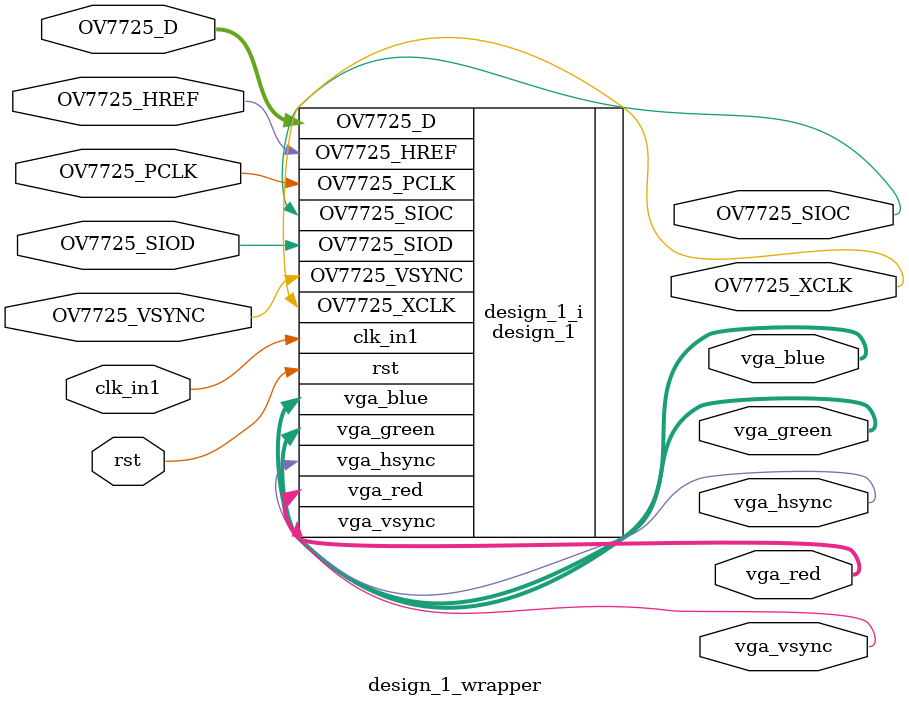
<source format=v>
`timescale 1ns / 1ps


module design_1_wrapper
   (OV7725_D,
    OV7725_HREF,
    OV7725_PCLK,
    OV7725_SIOC,
    OV7725_SIOD,
    OV7725_VSYNC,
    OV7725_XCLK,
    clk_in1,
    rst,
    vga_blue,
    vga_green,
    vga_hsync,
    vga_red,
    vga_vsync);
  input [7:0]OV7725_D;
  input OV7725_HREF;
  input OV7725_PCLK;
  output OV7725_SIOC;
  inout OV7725_SIOD;
  input OV7725_VSYNC;
  output OV7725_XCLK;
  input clk_in1;
  input rst;
  output [3:0]vga_blue;
  output [3:0]vga_green;
  output vga_hsync;
  output [3:0]vga_red;
  output vga_vsync;

  wire [7:0]OV7725_D;
  wire OV7725_HREF;
  wire OV7725_PCLK;
  wire OV7725_SIOC;
  wire OV7725_SIOD;
  wire OV7725_VSYNC;
  wire OV7725_XCLK;
  wire clk_in1;
  wire rst;
  wire [3:0]vga_blue;
  wire [3:0]vga_green;
  wire vga_hsync;
  wire [3:0]vga_red;
  wire vga_vsync;

  design_1 design_1_i
       (.OV7725_D(OV7725_D),
        .OV7725_HREF(OV7725_HREF),
        .OV7725_PCLK(OV7725_PCLK),
        .OV7725_SIOC(OV7725_SIOC),
        .OV7725_SIOD(OV7725_SIOD),
        .OV7725_VSYNC(OV7725_VSYNC),
        .OV7725_XCLK(OV7725_XCLK),
        .clk_in1(clk_in1),
        .rst(rst),
        .vga_blue(vga_blue),
        .vga_green(vga_green),
        .vga_hsync(vga_hsync),
        .vga_red(vga_red),
        .vga_vsync(vga_vsync));
endmodule

</source>
